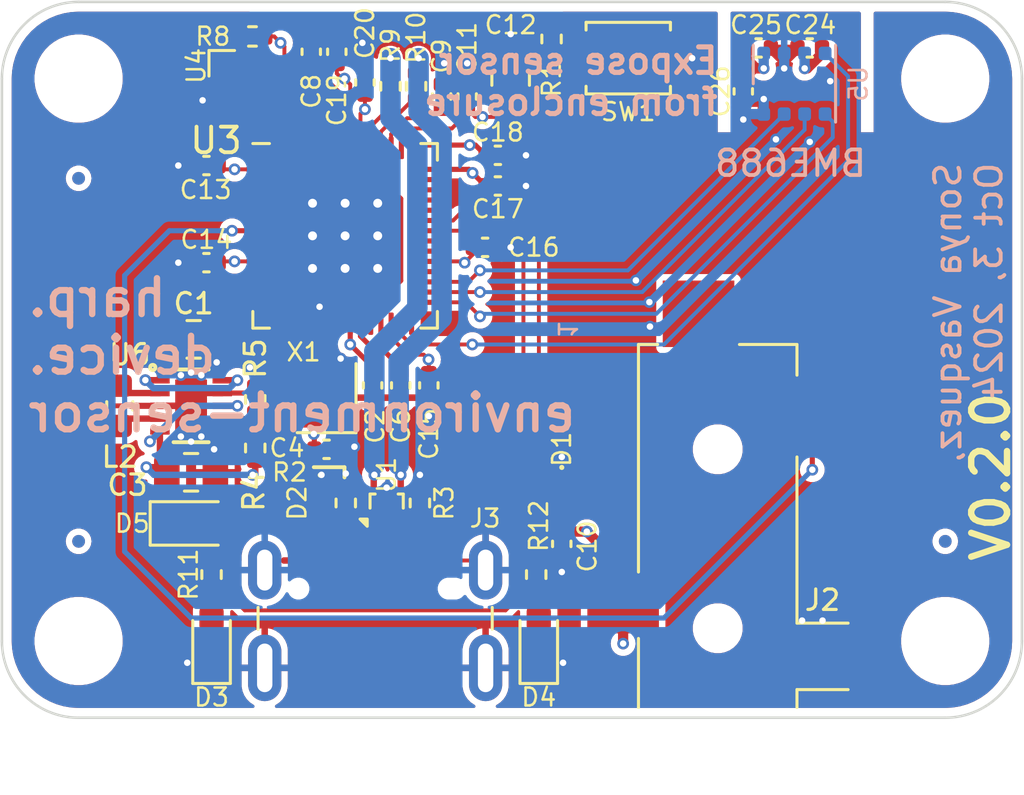
<source format=kicad_pcb>
(kicad_pcb (version 20240108) (generator "pcbnew") (generator_version "8.0")
  (layers (0 "F.Cu" signal) (1 "In1.Cu" power) (2 "In2.Cu" power) (31 "B.Cu" signal) (34 "B.Paste" user) (35 "F.Paste" user) (36 "B.SilkS" user "B.Silkscreen") (37 "F.SilkS" user "F.Silkscreen") (38 "B.Mask" user) (39 "F.Mask" user) (44 "Edge.Cuts" user))
  (net 0 "")
  (net 1 "VBUS")
  (net 2 "GND")
  (net 3 "+3V3")
  (net 4 "+1V1")
  (net 5 "VDD")
  (net 6 "Net-(D3-A)")
  (net 7 "Net-(D4-A)")
  (net 10 "/Harp Core RP2040 + USB/HARP_CLK_SYNC")
  (net 11 "Net-(J3-CC1)")
  (net 12 "/Harp Core RP2040 + USB/D+")
  (net 13 "/Harp Core RP2040 + USB/D-")
  (net 15 "Net-(J3-CC2)")
  (net 17 "/Harp Core RP2040 + USB/USB_Boot")
  (net 18 "/Harp Core RP2040 + USB/QSPI_CS")
  (net 19 "Net-(U3-USB_DP)")
  (net 20 "Net-(U3-USB_DM)")
  (net 21 "Net-(U3-GPIO24)")
  (net 22 "Net-(U3-GPIO25)")
  (net 23 "/Harp Core RP2040 + USB/SCK")
  (net 24 "/Harp Core RP2040 + USB/PICO")
  (net 25 "/Harp Core RP2040 + USB/POCI")
  (net 26 "/Harp Core RP2040 + USB/CS")
  (net 36 "Net-(U3-XIN)")
  (net 52 "/Harp Core RP2040 + USB/QSPI_D3")
  (net 53 "/Harp Core RP2040 + USB/QSPI_CLK")
  (net 54 "/Harp Core RP2040 + USB/QSPI_D0")
  (net 55 "/Harp Core RP2040 + USB/QSPI_D2")
  (net 56 "/Harp Core RP2040 + USB/QSPI_D1")
  (net 58 "Net-(U6-LX1)")
  (net 59 "Net-(U6-LX2)")
  (net 60 "Net-(U6-EN)")
  (net 61 "Net-(U6-PS)")
  (footprint "Diode_SMD:D_0402_1005Metric" (layer "F.Cu") (at 145.9 101.3 -90)
    (property "Reference" "D1")
    (property "Value" "D_TVS" (hide yes))
  )
  (footprint "Capacitor_SMD:C_0402_1005Metric" (layer "F.Cu") (at 132 92.2)
    (property "Reference" "C14")
    (property "Value" "100nF" (hide yes))
  )
  (footprint "Diode_SMD:D_0402_1005Metric" (layer "F.Cu") (at 136.45 101.6 -90)
    (property "Reference" "D2")
    (property "Value" "D_TVS" (hide yes))
  )
  (footprint "Fiducial:Fiducial_0.5mm_Mask1mm" (layer "F.Cu") (at 127 103.1)
    (property "Reference" "FID3" (hide yes))
    (property "Value" "Fiducial" (hide yes))
  )
  (footprint "Capacitor_SMD:C_0402_1005Metric" (layer "F.Cu") (at 136.1 83.95 -90)
    (property "Reference" "C8")
    (property "Value" "100nF" (hide yes))
  )
  (footprint "Resistor_SMD:R_0402_1005Metric" (layer "F.Cu") (at 133.91 97.55 90)
    (property "Reference" "R5")
    (property "Value" "100K" (hide yes))
  )
  (footprint "Resistor_SMD:R_0402_1005Metric" (layer "F.Cu") (at 140.35 101.6 90)
    (property "Reference" "R3")
    (property "Value" "5K1" (hide yes))
  )
  (footprint "Connector_Audio:Jack_3.5mm_CUI_SJ-3524-SMT_Horizontal" (layer "F.Cu") (at 152 104 180)
    (property "Reference" "J2")
    (property "Value" "AudioJack3")
  )
  (footprint "MountingHole:MountingHole_3.2mm_M3_DIN965" (layer "F.Cu") (at 160.9 85)
    (property "Reference" "REF**" (hide yes))
    (property "Value" "MountingHole_3.2mm_M3_DIN965" (hide yes))
  )
  (footprint "Capacitor_SMD:C_0402_1005Metric" (layer "F.Cu") (at 142.9 91.6 180)
    (property "Reference" "C16")
    (property "Value" "100nF" (hide yes))
  )
  (footprint "Capacitor_SMD:C_0402_1005Metric" (layer "F.Cu") (at 155.6 83.8)
    (property "Reference" "C24")
    (property "Value" "100nF" (hide yes))
  )
  (footprint "Capacitor_SMD:C_0402_1005Metric" (layer "F.Cu") (at 142.2 85.7 90)
    (property "Reference" "C11")
    (property "Value" "1uF" (hide yes))
  )
  (footprint "Capacitor_SMD:C_0402_1005Metric" (layer "F.Cu") (at 137.1 83.95 -90)
    (property "Reference" "C19")
    (property "Value" "100nF" (hide yes))
  )
  (footprint "Capacitor_SMD:C_0805_2012Metric" (layer "F.Cu") (at 131.4 100.4)
    (property "Reference" "C3")
    (property "Value" "10uF" (hide yes))
  )
  (footprint "Fiducial:Fiducial_0.5mm_Mask1mm" (layer "F.Cu") (at 127 88.9)
    (property "Reference" "FID1" (hide yes))
    (property "Value" "Fiducial" (hide yes))
  )
  (footprint "LED_SMD:LED_0603_1608Metric_Pad1.05x0.95mm_HandSolder" (layer "F.Cu") (at 132.2 107 90)
    (property "Reference" "D3")
    (property "Value" "LED" (hide yes))
  )
  (footprint "kicad_component_library:RP2040-QFN-56" (layer "F.Cu") (at 137.425 91.15)
    (property "Reference" "U3")
    (property "Value" "RP2040" (hide yes))
  )
  (footprint "Capacitor_SMD:C_0402_1005Metric" (layer "F.Cu") (at 140.7 97 90)
    (property "Reference" "C15")
    (property "Value" "100nF" (hide yes))
  )
  (footprint "Capacitor_SMD:C_0402_1005Metric" (layer "F.Cu") (at 153.6 83.8 180)
    (property "Reference" "C25")
    (property "Value" "100nF" (hide yes))
  )
  (footprint "Capacitor_SMD:C_0402_1005Metric" (layer "F.Cu") (at 153 85.5 -90)
    (property "Reference" "C26")
    (property "Value" "1uF" (hide yes))
  )
  (footprint "kicad_component_library:Winbond-8USON-2x3mm" (layer "F.Cu") (at 133.8 85.1)
    (property "Reference" "U4")
    (property "Value" "W25Q16JVUXIQ" (hide yes))
  )
  (footprint "Inductor_SMD:L_0603_1608Metric" (layer "F.Cu") (at 128.61 97.8 90)
    (property "Reference" "L2")
    (property "Value" "2.2uH" (hide yes))
  )
  (footprint "Capacitor_SMD:C_0805_2012Metric" (layer "F.Cu") (at 131.5 95.2 180)
    (property "Reference" "C1")
    (property "Value" "22uF" (hide yes))
  )
  (footprint "Fiducial:Fiducial_0.5mm_Mask1mm" (layer "F.Cu") (at 160.9 103.1)
    (property "Reference" "FID2" (hide yes))
    (property "Value" "Fiducial" (hide yes))
  )
  (footprint "Capacitor_SMD:C_0805_2012Metric" (layer "F.Cu") (at 143.9 85 90)
    (property "Reference" "C12")
    (property "Value" "10uF" (hide yes))
  )
  (footprint "LED_SMD:LED_0603_1608Metric_Pad1.05x0.95mm_HandSolder" (layer "F.Cu") (at 145 107 90)
    (property "Reference" "D4")
    (property "Value" "LED" (hide yes))
  )
  (footprint "kicad_component_library:WDFN-10-1EP_2.5x2.5mm_P0.5_EP1.25x2.1mm" (layer "F.Cu") (at 131.4 97.8)
    (property "Reference" "U6")
    (property "Value" "rt6150b-33gqw" (hide yes))
  )
  (footprint "Resistor_SMD:R_0402_1005Metric" (layer "F.Cu") (at 137.45 101.6 90)
    (property "Reference" "R2")
    (property "Value" "5K1" (hide yes))
  )
  (footprint "Crystal:Crystal_SMD_2016-4Pin_2.0x1.6mm" (layer "F.Cu") (at 136.7 97.5 90)
    (property "Reference" "X1")
    (property "Value" "ECS-TXO-2016" (hide yes))
  )
  (footprint "Capacitor_SMD:C_0402_1005Metric" (layer "F.Cu") (at 143.4 88 180)
    (property "Reference" "C18")
    (property "Value" "100nF" (hide yes))
  )
  (footprint "Capacitor_SMD:C_0402_1005Metric" (layer "F.Cu") (at 136.7 99.5)
    (property "Reference" "C4")
    (property "Value" "10nF" (hide yes))
  )
  (footprint "Resistor_SMD:R_0402_1005Metric" (layer "F.Cu") (at 140.2 85.3 90)
    (property "Reference" "R10")
    (property "Value" "27" (hide yes))
  )
  (footprint "MountingHole:MountingHole_3.2mm_M3_DIN965" (layer "F.Cu") (at 127 85)
    (property "Reference" "REF**" (hide yes))
    (property "Value" "MountingHole_3.2mm_M3_DIN965" (hide yes))
  )
  (footprint "Resistor_SMD:R_0402_1005Metric" (layer "F.Cu") (at 139.2 85.3 90)
    (property "Reference" "R9")
    (property "Value" "27" (hide yes))
  )
  (footprint "Resistor_SMD:R_0402_1005Metric" (layer "F.Cu") (at 133.91 99.45 -90)
    (property "Reference" "R4")
    (property "Value" "100K" (hide yes))
  )
  (footprint "Capacitor_SMD:C_0402_1005Metric" (layer "F.Cu") (at 143.4 89.2 180)
    (property "Reference" "C17")
    (property "Value" "100nF" (hide yes))
  )
  (footprint "Diode_SMD:D_SOD-323F" (layer "F.Cu") (at 131.41 102.4)
    (property "Reference" "D5")
    (property "Value" "BAT54J" (hide yes))
  )
  (footprint "Capacitor_SMD:C_0402_1005Metric" (layer "F.Cu") (at 141.2 85.7 90)
    (property "Reference" "C9")
    (property "Value" "1uF" (hide yes))
  )
  (footprint "Capacitor_SMD:C_0402_1005Metric" (layer "F.Cu") (at 138.2 85.15 -90)
    (property "Reference" "C20")
    (property "Value" "100nF" (hide yes))
  )
  (footprint "Resistor_SMD:R_0402_1005Metric" (layer "F.Cu") (at 132.2 104.4 -90)
    (property "Reference" "R11")
    (property "Value" "330" (hide yes))
  )
  (footprint "Capacitor_SMD:C_0402_1005Metric" (layer "F.Cu") (at 145.9 103.2 -90)
    (property "Reference" "C10")
    (property "Value" "1uF" (hide yes))
  )
  (footprint "Resistor_SMD:R_0402_1005Metric" (layer "F.Cu") (at 145.5 83.45 90)
    (property "Reference" "R1")
    (property "Value" "1K" (hide yes))
  )
  (footprint "Capacitor_SMD:C_0402_1005Metric" (layer "F.Cu") (at 132 88.4)
    (property "Reference" "C13")
    (property "Value" "100nF" (hide yes))
  )
  (footprint "Capacitor_SMD:C_0402_1005Metric" (layer "F.Cu") (at 139.6 97 90)
    (property "Reference" "C6")
    (property "Value" "100nF" (hide yes))
  )
  (footprint "Button_Switch_SMD:SW_SPST_B3U-1000P" (layer "F.Cu") (at 148.5 84.2 180)
    (property "Reference" "SW1")
    (property "Value" "SW_Push" (hide yes))
  )
  (footprint "Package_TO_SOT_SMD:Texas_DRT-3" (layer "F.Cu") (at 139.05 101.8)
    (property "Reference" "U1")
    (property "Value" "TPD2EUSB30" (hide yes))
  )
  (footprint "MountingHole:MountingHole_3.2mm_M3_DIN965" (layer "F.Cu") (at 127 107)
    (property "Reference" "REF**" (hide yes))
    (property "Value" "MountingHole_3.2mm_M3_DIN965" (hide yes))
  )
  (footprint "Capacitor_SMD:C_0402_1005Metric" (layer "F.Cu") (at 138.5 97 90)
    (property "Reference" "C2")
    (property "Value" "100nF" (hide yes))
  )
  (footprint "MountingHole:MountingHole_3.2mm_M3_DIN965" (layer "F.Cu") (at 160.9 107)
    (property "Reference" "REF**" (hide yes))
    (property "Value" "MountingHole_3.2mm_M3_DIN965" (hide yes))
  )
  (footprint "Resistor_SMD:R_0402_1005Metric" (layer "F.Cu") (at 144.9 104.4 -90)
    (property "Reference" "R12")
    (property "Value" "330" (hide yes))
  )
  (footprint "Connector_USB:USB_C_Receptacle_JAE_DX07S016JA1R1500" (layer "F.Cu") (at 138.6 106.9)
    (property "Reference" "J3")
    (property "Value" "USB_C_Receptacle_USB2.0" (hide yes))
  )
  (footprint "Resistor_SMD:R_0402_1005Metric" (layer "F.Cu") (at 133.8 83.35)
    (property "Reference" "R8")
    (property "Value" "10K" (hide yes))
  )
  (footprint "Package_LGA:Bosch_LGA-8_3x3mm_P0.8mm_ClockwisePinNumbering" (layer "B.Cu") (at 155 85.2)
    (property "Reference" "U5")
    (property "Value" "BME688" (hide yes))
  )
  (footprint "Fiducial:Fiducial_0.5mm_Mask1mm" (layer "B.Cu") (at 127 88.9 180)
    (property "Reference" "FID4" (hide yes))
    (property "Value" "Fiducial" (hide yes))
  )
  (footprint "Fiducial:Fiducial_0.5mm_Mask1mm" (layer "B.Cu") (at 160.9 103.1 180)
    (property "Reference" "FID6" (hide yes))
    (property "Value" "Fiducial" (hide yes))
  )
  (footprint "Fiducial:Fiducial_0.5mm_Mask1mm" (layer "B.Cu") (at 127 103.1 180)
    (property "Reference" "FID5" (hide yes))
    (property "Value" "Fiducial" (hide yes))
  )
  (gr_line (start 137.4 100.2) (end 137.4 100.6) (stroke (width 0.15)) (layer "F.SilkS"))
  (gr_line (start 136.2 100.2) (end 137.4 100.2) (stroke (width 0.15)) (layer "F.SilkS"))
  (gr_line (start 160.9 82) (end 127 82) (stroke (width 0.1)) (layer "Edge.Cuts"))
  (gr_arc (start 127 110) (mid 124.87868 109.12132) (end 124 107) (stroke (width 0.1)) (layer "Edge.Cuts"))
  (gr_line (start 163.9 107) (end 163.9 85) (stroke (width 0.1)) (layer "Edge.Cuts"))
  (gr_arc (start 163.9 107) (mid 163.02132 109.12132) (end 160.9 110) (stroke (width 0.1)) (layer "Edge.Cuts"))
  (gr_arc (start 160.9 82) (mid 163.02132 82.87868) (end 163.9 85) (stroke (width 0.1)) (layer "Edge.Cuts"))
  (gr_line (start 124 85) (end 124 107) (stroke (width 0.1)) (layer "Edge.Cuts"))
  (gr_arc (start 124 85) (mid 124.87868 82.87868) (end 127 82) (stroke (width 0.1)) (layer "Edge.Cuts"))
  (gr_line (start 127 110) (end 160.9 110) (stroke (width 0.1)) (layer "Edge.Cuts"))
  (gr_text "Expose sensor \nfrom enclosure" (at 152.1 86.5 0) (layer "B.SilkS") (effects (font (size 1 1) (thickness 0.2) (bold yes)) (justify left bottom mirror)))
  (gr_text "BME688" (at 157.9 88.9 0) (layer "B.SilkS") (effects (font (size 1 1)) (justify left bottom mirror)))
  (gr_text "1" (at 145.7 95.2 -90) (layer "B.SilkS") (effects (font (size 0.7 0.7) (thickness 0.1)) (justify left bottom mirror)))
  (gr_text "harp.\ndevice.\nenvironment-sensor" (at 124.9 98.9 -0) (layer "B.SilkS") (effects (font (size 1.4 1.4) (thickness 0.25) (bold yes)) (justify right bottom mirror)))
  (gr_text "Sonya Vasquez,\nOct 3, 2024" (at 163.2 88.2 90) (layer "B.SilkS") (effects (font (size 1 1)) (justify left bottom mirror)))
  (gr_text "V0.2.0" (at 163.5 104 90) (layer "F.SilkS") (effects (font (size 1.4 1.4) (thickness 0.25) (bold yes)) (justify left bottom)))
  (segment (start 136.25 104.35) (end 136.25 102.285) (width 0.25) (layer "F.Cu") (net 1))
  (segment (start 135.4524 102.4) (end 136.25 103.1976) (width 0.5) (layer "F.Cu") (net 1))
  (segment (start 140.1536 105.1464) (end 137.0464 105.1464) (width 0.25) (layer "F.Cu") (net 1))
  (segment (start 132.51 102.4) (end 135.4524 102.4) (width 0.5) (layer "F.Cu") (net 1))
  (segment (start 137.0464 105.1464) (end 136.25 104.35) (width 0.25) (layer "F.Cu") (net 1))
  (segment (start 140.8 104.4) (end 140.8 104.5) (width 0.25) (layer "F.Cu") (net 1))
  (segment (start 140.95 103.85) (end 140.95 104.25) (width 0.25) (layer "F.Cu") (net 1))
  (segment (start 136.25 102.285) (end 136.45 102.085) (width 0.25) (layer "F.Cu") (net 1))
  (segment (start 136.25 103.1976) (end 136.25 103.85) (width 0.5) (layer "F.Cu") (net 1))
  (segment (start 140.8 104.5) (end 140.1536 105.1464) (width 0.25) (layer "F.Cu") (net 1))
  (segment (start 140.95 104.25) (end 140.8 104.4) (width 0.25) (layer "F.Cu") (net 1))
  (segment (start 132.6192 97.300001) (end 131.899999 97.300001) (width 0.25) (layer "F.Cu") (net 2))
  (segment (start 135.5 103.85) (end 134.655 103.85) (width 0.1524) (layer "F.Cu") (net 2))
  (segment (start 141.2 84.5) (end 141.3 84.4) (width 0.1524) (layer "F.Cu") (net 2))
  (segment (start 155.12 83.8) (end 154.6 84.32) (width 0.4) (layer "F.Cu") (net 2))
  (segment (start 136.1 83.47) (end 137.1 83.47) (width 0.1524) (layer "F.Cu") (net 2))
  (segment (start 142.2 85.22) (end 142.2 84.4) (width 0.1524) (layer "F.Cu") (net 2))
  (segment (start 153 86.6) (end 153 85.98) (width 0.4) (layer "F.Cu") (net 2))
  (segment (start 138.5 97.48) (end 139.6 97.48) (width 0.25) (layer "F.Cu") (net 2))
  (segment (start 133.91 96.51) (end 133.7 96.3) (width 0.2) (layer "F.Cu") (net 2))
  (segment (start 144.5 89.2) (end 143.88 89.2) (width 0.1524) (layer "F.Cu") (net 2))
  (segment (start 130.9 88.4) (end 131.52 88.4) (width 0.1524) (layer "F.Cu") (net 2))
  (segment (start 131.52 92.2) (end 130.9 92.2) (width 0.1524) (layer "F.Cu") (net 2))
  (segment (start 145.9 104.3) (end 145.9 103.68) (width 0.1524) (layer "F.Cu") (net 2))
  (segment (start 133.649999 97.300001) (end 132.6192 97.300001) (width 0.2) (layer "F.Cu") (net 2))
  (segment (start 150.2 84.2) (end 151 84.2) (width 0.1524) (layer "F.Cu") (net 2))
  (segment (start 132.45 95.2) (end 132.45 96.05) (width 0.1524) (layer "F.Cu") (net 2))
  (segment (start 131.4 97.8) (end 131.4 96.5) (width 0.25) (layer "F.Cu") (net 2))
  (segment (start 154.08 83.8) (end 154.6 84.32) (width 0.4) (layer "F.Cu") (net 2))
  (segment (start 136.425 93.925) (end 136.425 94.5875) (width 0.1524) (layer "F.Cu") (net 2))
  (segment (start 131.4 98.6) (end 131 99) (width 0.25) (layer "F.Cu") (net 2))
  (segment (start 156.1 106.2) (end 155.7 106.6) (width 0.4) (layer "F.Cu") (net 2))
  (segment (start 131.899999 97.300001) (end 131.4 97.8) (width 0.25) (layer "F.Cu") (net 2))
  (segment (start 155.7 106.6) (end 155.3 106.2) (width 0.4) (layer "F.Cu") (net 2))
  (segment (start 131 99) (end 131.8 99) (width 0.25) (layer "F.Cu") (net 2))
  (segment (start 132.45 96.05) (end 132.4 96.1) (width 0.1524) (layer "F.Cu") (net 2))
  (segment (start 131.4 99.2) (end 131.4 97.8) (width 0.25) (layer "F.Cu") (net 2))
  (segment (start 136.5 100.5) (end 136.5 101.065) (width 0.1524) (layer "F.Cu") (net 2))
  (segment (start 145.9 99.8) (end 145.9 100.815) (width 0.1524) (layer "F.Cu") (net 2))
  (segment (start 137.788277 99.4) (end 137.28 99.4) (width 0.1524) (layer "F.Cu") (net 2))
  (segment (start 138.1 83.6) (end 137.97 83.47) (width 0.1524) (layer "F.Cu") (net 2))
  (segment (start 140.35 100.5) (end 140.35 101.09) (width 0.1524) (layer "F.Cu") (net 2))
  (segment (start 131.85 85.85) (end 132.55 85.85) (width 0.1524) (layer "F.Cu") (net 2))
  (segment (start 138.2 84.67) (end 138.2 83.7) (width 0.1524) (layer "F.Cu") (net 2))
  (segment (start 144.5 88) (end 143.88 88) (width 0.1524) (layer "F.Cu") (net 2))
  (segment (start 137.97 83.47) (end 137.1 83.47) (width 0.1524) (layer "F.Cu") (net 2))
  (segment (start 134.655 103.85) (end 134.28 104.225) (width 0.1524) (layer "F.Cu") (net 2))
  (segment (start 141.2 85.22) (end 141.2 84.5) (width 0.1524) (layer "F.Cu") (net 2))
  (segment (start 132.35 99.55) (end 132.3 99.5) (width 0.1524) (layer "F.Cu") (net 2))
  (segment (start 139.6 97.48) (end 140.7 97.48) (width 0.25) (layer "F.Cu") (net 2))
  (segment (start 133.91 97.04) (end 133.91 96.51) (width 0.2) (layer "F.Cu") (net 2))
  (segment (start 145.925 107.875) (end 145.95 107.85) (width 0.1524) (layer "F.Cu") (net 2))
  (segment (start 131.4 97) (end 131.8 96.6) (width 0.25) (layer "F.Cu") (net 2))
  (segment (start 142.545 103.85) (end 142.92 104.225) (width 0.1524) (layer "F.Cu") (net 2))
  (segment (start 137.25 95.95) (end 137.25 96.8) (width 0.2) (layer "F.Cu") (net 2))
  (segment (start 141.7 103.85) (end 142.545 103.85) (width 0.1524) (layer "F.Cu") (net 2))
  (segment (start 137.45 100.45) (end 137.45 101.09) (width 0.1524) (layer "F.Cu") (net 2))
  (segment (start 130.1808 97.8) (end 131.4 97.8) (width 0.25) (layer "F.Cu") (net 2))
  (segment (start 132.2 107.875) (end 131.275 107.875) (width 0.1524) (layer "F.Cu") (net 2))
  (segment (start 139.05 101) (end 139.05 101.375) (width 0.1524) (layer "F.Cu") (net 2))
  (segment (start 137.28 99.4) (end 137.18 99.5) (width 0.1524) (layer "F.Cu") (net 2))
  (segment (start 131.4 97) (end 131 96.6) (width 0.25) (layer "F.Cu") (net 2))
  (segment (start 131.4 97.8) (end 131.4 98.6) (width 0.25) (layer "F.Cu") (net 2))
  (segment (start 136.5 101.065) (end 136.45 101.115) (width 0.1524) (layer "F.Cu") (net 2))
  (segment (start 143.9 83.2567) (end 143.9 84.05) (width 0.1524) (layer "F.Cu") (net 2))
  (segment (start 155.7 107.6) (end 155.7 106.6) (width 0.4) (layer "F.Cu") (net 2))
  (segment (start 154.6 84.32) (end 154.6 84.6) (width 0.4) (layer "F.Cu") (net 2))
  (segment (start 140.7 97.48) (end 140.7 98.2) (width 0.25) (layer "F.Cu") (net 2))
  (segment (start 133.91 97.04) (end 133.649999 97.300001) (width 0.2) (layer "F.Cu") (net 2))
  (segment (start 145 107.875) (end 145.925 107.875) (width 0.1524) (layer "F.Cu") (net 2))
  (segment (start 132.35 100.4) (end 132.35 99.55) (width 0.1524) (layer "F.Cu") (net 2))
  (segment (start 143.9 91.6) (end 143.38 91.6) (width 0.1524) (layer "F.Cu") (net 2))
  (segment (start 131.275 107.875) (end 131.25 107.85) (width 0.1524) (layer "F.Cu") (net 2))
  (segment (start 131.4 98.6) (end 131.8 99) (width 0.25) (layer "F.Cu") (net 2))
  (segment (start 131.4 97.8) (end 131.4 97) (width 0.25) (layer "F.Cu") (net 2))
  (segment (start 138.2 83.7) (end 138.1 83.6) (width 0.1524) (layer "F.Cu") (net 2))
  (via (at 145.9 104.3) (size 0.4572) (drill 0.254) (layers "F.Cu" "B.Cu") (net 2))
  (via (at 149.35 94.7) (size 0.4572) (drill 0.254) (layers "F.Cu" "B.Cu") (net 2))
  (via (at 139.05 101) (size 0.4572) (drill 0.254) (layers "F.Cu" "B.Cu") (net 2))
  (via (at 143.9 91.6) (size 0.4572) (drill 0.254) (layers "F.Cu" "B.Cu") (net 2))
  (via (at 151 84.2) (size 0.4572) (drill 0.254) (layers "F.Cu" "B.Cu") (net 2))
  (via (at 131 96.6) (size 0.4572) (drill 0.254) (layers "F.Cu" "B.Cu") (net 2))
  (via (at 142.2 84.4) (size 0.4572) (drill 0.254) (layers "F.Cu" "B.Cu") (net 2))
  (via (at 131.4 96.5) (size 0.4572) (drill 0.254) (layers "F.Cu" "B.Cu") (net 2))
  (via (at 156.1 106.2) (size 0.4572) (drill 0.254) (layers "F.Cu" "B.Cu") (net 2))
  (via (at 144.5 88) (size 0.4572) (drill 0.254) (layers "F.Cu" "B.Cu") (net 2))
  (via (at 136.425 93.925) (size 0.4572) (drill 0.254) (layers "F.Cu" "B.Cu") (net 2))
  (via (at 155.6 87.47671) (size 0.4572) (drill 0.254) (layers "F.Cu" "B.Cu") (net 2))
  (via (at 145.9 99.8) (size 0.4572) (drill 0.254) (layers "F.Cu" "B.Cu") (net 2))
  (via (at 131.8 96.6) (size 0.4572) (drill 0.254) (layers "F.Cu" "B.Cu") (net 2))
  (via (at 154.27671 87.37671) (size 0.4572) (drill 0.254) (layers "F.Cu" "B.Cu") (net 2))
  (via (at 130.9 92.2) (size 0.4572) (drill 0.254) (layers "F.Cu" "B.Cu") (net 2))
  (via (at 149.32671 93.7428) (size 0.4572) (drill 0.254) (layers "F.Cu" "B.Cu") (net 2))
  (via (at 156.4 85.1) (size 0.4572) (drill 0.254) (layers "F.Cu" "B.Cu") (net 2))
  (via (at 133.7 96.3) (size 0.4572) (drill 0.254) (layers "F.Cu" "B.Cu") (net 2))
  (via (at 148.8 92.8928) (size 0.4572) (drill 0.254) (layers "F.Cu" "B.Cu") (net 2))
  (via (at 131.85 85.85) (size 0.4572) (drill 0.254) (layers "F.Cu" "B.Cu") (net 2))
  (via (at 131 99) (size 0.4572) (drill 0.254) (layers "F.Cu" "B.Cu") (net 2))
  (via (at 154.6 84.6) (size 0.4572) (drill 0.254) (layers "F.Cu" "B.Cu") (net 2))
  (via (at 136.5 100.5) (size 0.4572) (drill 0.254) (layers "F.Cu" "B.Cu") (net 2))
  (via (at 143.9 83.2567) (size 0.4572) (drill 0.254) (layers "F.Cu" "B.Cu") (net 2))
  (via (at 137.45 100.45) (size 0.4572) (drill 0.254) (layers "F.Cu" "B.Cu") (net 2))
  (via (at 155.3 106.2) (size 0.4572) (drill 0.254) (layers "F.Cu" "B.Cu") (net 2))
  (via (at 138.1 83.6) (size 0.4572) (drill 0.254) (layers "F.Cu" "B.Cu") (net 2))
  (via (at 144.5 89.2) (size 0.4572) (drill 0.254) (layers "F.Cu" "B.Cu") (net 2))
  (via (at 153 86.6) (size 0.4572) (drill 0.254) (layers "F.Cu" "B.Cu") (net 2))
  (via (at 140.35 100.5) (size 0.4572) (drill 0.254) (layers "F.Cu" "B.Cu") (net 2))
  (via (at 137.788277 99.4) (size 0.4572) (drill 0.254) (layers "F.Cu" "B.Cu") (net 2))
  (via (at 145.95 107.85) (size 0.4572) (drill 0.254) (layers "F.Cu" "B.Cu") (net 2))
  (via (at 141.3 84.4) (size 0.4572) (drill 0.254) (layers "F.Cu" "B.Cu") (net 2))
  (via (at 153.8 85.8) (size 0.4572) (drill 0.254) (layers "F.Cu" "B.Cu") (net 2))
  (via (at 132.3 99.5) (size 0.4572) (drill 0.254) (layers "F.Cu" "B.Cu") (net 2))
  (via (at 137.25 95.95) (size 0.4572) (drill 0.254) (layers "F.Cu" "B.Cu") (net 2))
  (via (at 130.9 88.4) (size 0.4572) (drill 0.254) (layers "F.Cu" "B.Cu") (net 2))
  (via (at 131.8 99) (size 0.4572) (drill 0.254) (layers "F.Cu" "B.Cu") (net 2))
  (via (at 132.4 96.1) (size 0.4572) (drill 0.254) (layers "F.Cu" "B.Cu") (net 2))
  (via (at 131.25 107.85) (size 0.4572) (drill 0.254) (layers "F.Cu" "B.Cu") (net 2))
  (via (at 131.4 99.2) (size 0.4572) (drill 0.254) (layers "F.Cu" "B.Cu") (net 2))
  (via (at 140.7 98.2) (size 0.4572) (drill 0.254) (layers "F.Cu" "B.Cu") (net 2))
  (segment (start 153.8 86.3875) (end 153.8 85.8) (width 0.4) (layer "B.Cu") (net 2))
  (segment (start 153.8 86.3875) (end 153.2125 86.3875) (width 0.4) (layer "B.Cu") (net 2))
  (segment (start 153.2125 86.3875) (end 153 86.6) (width 0.4) (layer "B.Cu") (net 2))
  (segment (start 154.6 84.0125) (end 154.6 84.6) (width 0.4) (layer "B.Cu") (net 2))
  (segment (start 129.61 96.794001) (end 129.615998 96.799999) (width 0.25) (layer "F.Cu") (net 3))
  (segment (start 132.48 92.2) (end 132.53 92.15) (width 0.1524) (layer "F.Cu") (net 3))
  (segment (start 133.1 88.55) (end 132.63 88.55) (width 0.1524) (layer "F.Cu") (net 3))
  (segment (start 146.88 102.72) (end 145.9 102.72) (width 0.4) (layer "F.Cu") (net 3))
  (segment (start 138.2 86.2) (end 138.2 85.63) (width 0.1524) (layer "F.Cu") (net 3))
  (segment (start 142.8 86.5) (end 143.35 86.5) (width 0.1524) (layer "F.Cu") (net 3))
  (segment (start 148.3 104.14) (end 148.3 105.6) (width 0.4) (layer "F.Cu") (net 3))
  (segment (start 129.615998 96.799999) (end 130.1808 96.799999) (width 0.25) (layer "F.Cu") (net 3))
  (segment (start 140.688126 95.988126) (end 140.5 95.8) (width 0.1524) (layer "F.Cu") (net 3))
  (segment (start 153.5 84.6) (end 153.8 84.6) (width 0.4) (layer "F.Cu") (net 3))
  (segment (start 142.3 87.6) (end 140.1375 87.6) (width 0.2) (layer "F.Cu") (net 3))
  (segment (start 134.9 83.6) (end 135.05 83.75) (width 0.1524) (layer "F.Cu") (net 3))
  (segment (start 143.35 86.5) (end 143.9 85.95) (width 0.1524) (layer "F.Cu") (net 3))
  (segment (start 153.12 84.22) (end 153.5 84.6) (width 0.4) (layer "F.Cu") (net 3))
  (segment (start 142.3 87.6) (end 142.52 87.6) (width 0.2) (layer "F.Cu") (net 3))
  (segment (start 148.3 107.1) (end 148.3 105.6) (width 0.4) (layer "F.Cu") (net 3))
  (segment (start 142.52 87.6) (end 142.92 88) (width 0.2) (layer "F.Cu") (net 3))
  (segment (start 137.625 95.4) (end 137.625 94.5875) (width 0.2) (layer "F.Cu") (net 3))
  (segment (start 136.15 98.85) (end 136.15 98.2) (width 0.2) (layer "F.Cu") (net 3))
  (segment (start 137.4 85) (end 137.625 85.225) (width 0.1524) (layer "F.Cu") (net 3))
  (segment (start 140.5 95.8) (end 139.9 95.8) (width 0.1524) (layer "F.Cu") (net 3))
  (segment (start 142.41 88.69) (end 142.27 88.55) (width 0.2) (layer "F.Cu") (net 3))
  (segment (start 153 85.02) (end 153.42 84.6) (width 0.4) (layer "F.Cu") (net 3))
  (segment (start 142.52 86.5) (end 142.2 86.18) (width 0.1524) (layer "F.Cu") (net 3))
  (segment (start 142.42 91.88) (end 142.42 91.6) (width 0.1524) (layer "F.Cu") (net 3))
  (segment (start 130.55 95.2) (end 130.55 95.65) (width 0.25) (layer "F.Cu") (net 3))
  (segment (start 142.2 86.35) (end 141.6 86.95) (width 0.1524) (layer "F.Cu") (net 3))
  (segment (start 137.3 85) (end 137.4 85) (width 0.1524) (layer "F.Cu") (net 3))
  (segment (start 145.9 102.72) (end 145.9 101.785) (width 0.4) (layer "F.Cu") (net 3))
  (segment (start 142.41 88.69) (end 142.92 89.2) (width 0.2) (layer "F.Cu") (net 3))
  (segment (start 139.225 95.125) (end 139.225 94.5875) (width 0.1524) (layer "F.Cu") (net 3))
  (segment (start 146.88 102.72) (end 148.3 104.14) (width 0.4) (layer "F.Cu") (net 3))
  (segment (start 138.5 96.275) (end 138.5 96.52) (width 0.2) (layer "F.Cu") (net 3))
  (segment (start 141.6 86.95) (end 139.95 86.95) (width 0.1524) (layer "F.Cu") (net 3))
  (segment (start 132.53 92.15) (end 133.9875 92.15) (width 0.1524) (layer "F.Cu") (net 3))
  (segment (start 139.625 87.275) (end 139.625 87.7125) (width 0.1524) (layer "F.Cu") (net 3))
  (segment (start 134.31 83.35) (end 134.65 83.35) (width 0.1524) (layer "F.Cu") (net 3))
  (segment (start 134.65 83.35) (end 134.9 83.6) (width 0.1524) (layer "F.Cu") (net 3))
  (segment (start 132.63 88.55) (end 132.48 88.4) (width 0.1524) (layer "F.Cu") (net 3))
  (segment (start 142.2 86.18) (end 142.2 86.35) (width 0.1524) (layer "F.Cu") (net 3))
  (segment (start 155.5 84.6) (end 155.4 84.6) (width 0.4) (layer "F.Cu") (net 3))
  (segment (start 138.2 86.2) (end 138.025 86.375) (width 0.1524) (layer "F.Cu") (net 3))
  (segment (start 142.8 86.5) (end 142.52 86.5) (width 0.1524) (layer "F.Cu") (net 3))
  (segment (start 139.95 86.95) (end 139.625 87.275) (width 0.1524) (layer "F.Cu") (net 3))
  (segment (start 153.42 84.6) (end 153.8 84.6) (width 0.4) (layer "F.Cu") (net 3))
  (segment (start 137.625 85.225) (end 137.625 87.7125) (width 0.1524) (layer "F.Cu") (net 3))
  (segment (start 130.55 95.65) (end 130.1808 96.0192) (width 0.25) (layer "F.Cu") (net 3))
  (segment (start 130.1808 96.0192) (end 130.1808 96.799999) (width 0.25) (layer "F.Cu") (net 3))
  (segment (start 156.08 84.02) (end 155.5 84.6) (width 0.4) (layer "F.Cu") (net 3))
  (segment (start 137.625 95.4) (end 138.5 96.275) (width 0.2) (layer "F.Cu") (net 3))
  (segment (start 135.05 83.75) (end 135.05 84.35) (width 0.1524) (layer "F.Cu") (net 3))
  (segment (start 136.22 98.92) (end 136.22 99.5) (width 0.2) (layer "F.Cu") (net 3))
  (segment (start 156.08 83.8) (end 156.08 84.02) (width 0.4) (layer "F.Cu") (net 3))
  (segment (start 140.1375 87.6) (end 140.025 87.7125) (width 0.2) (layer "F.Cu") (net 3))
  (segment (start 140.7 96) (end 140.7 96.52) (width 0.1524) (layer "F.Cu") (net 3))
  (segment (start 137.1 84.43) (end 137.1 84.8) (width 0.1524) (layer "F.Cu") (net 3))
  (segment (start 139.9 95.8) (end 139.225 95.125) (width 0.1524) (layer "F.Cu") (net 3))
  (segment (start 153.12 83.8) (end 153.12 84.22) (width 0.4) (layer "F.Cu") (net 3))
  (segment (start 133.21 96.799999) (end 132.6192 96.799999) (width 0.25) (layer "F.Cu") (net 3))
  (segment (start 136.2 98.9) (end 136.15 98.85) (width 0.2) (layer "F.Cu") (net 3))
  (segment (start 140.688126 95.988126) (end 140.7 96) (width 0.1524) (layer "F.Cu") (net 3))
  (segment (start 137.1 84.8) (end 137.3 85) (width 0.1524) (layer "F.Cu") (net 3))
  (segment (start 142.27 88.55) (end 140.8625 88.55) (width 0.2) (layer "F.Cu") (net 3))
  (segment (start 136.2 98.9) (end 136.22 98.92) (width 0.2) (layer "F.Cu") (net 3))
  (segment (start 142.15 92.15) (end 142.42 91.88) (width 0.1524) (layer "F.Cu") (net 3))
  (segment (start 140.8625 92.15) (end 142.15 92.15) (width 0.1524) (layer "F.Cu") (net 3))
  (segment (start 133.9875 88.55) (end 133.1 88.55) (width 0.1524) (layer "F.Cu") (net 3))
  (segment (start 138.025 86.375) (end 138.025 87.7125) (width 0.1524) (layer "F.Cu") (net 3))
  (via (at 142.3 87.6) (size 0.4572) (drill 0.254) (layers "F.Cu" "B.Cu") (net 3))
  (via (at 142.8 86.5) (size 0.4572) (drill 0.254) (layers "F.Cu" "B.Cu") (net 3))
  (via (at 148.3 107.1) (size 0.4572) (drill 0.254) (layers "F.Cu" "B.Cu") (net 3))
  (via (at 153.8 84.6) (size 0.4572) (drill 0.254) (layers "F.Cu" "B.Cu") (net 3))
  (via (at 142.1 92.2) (size 0.4572) (drill 0.254) (layers "F.Cu" "B.Cu") (net 3))
  (via (at 138.2 86.2) (size 0.4572) (drill 0.254) (layers "F.Cu" "B.Cu") (net 3))
  (via (at 129.61 96.794001) (size 0.4572) (drill 0.254) (layers "F.Cu" "B.Cu") (net 3))
  (via (at 142.41 88.69) (size 0.4572) (drill 0.254) (layers "F.Cu" "B.Cu") (net 3))
  (via (at 136.2 98.9) (size 0.4572) (drill 0.254) (layers "F.Cu" "B.Cu") (net 3))
  (via (at 133.1 92.15) (size 0.4572) (drill 0.254) (layers "F.Cu" "B.Cu") (net 3))
  (via (at 155.4 84.6) (size 0.4572) (drill 0.254) (layers "F.Cu" "B.Cu") (net 3))
  (via (at 140.688126 95.988126) (size 0.4572) (drill 0.254) (layers "F.Cu" "B.Cu") (net 3))
  (via (at 146.88 102.72) (size 0.4572) (drill 0.254) (layers "F.Cu" "B.Cu") (net 3))
  (via (at 137.4 85) (size 0.4572) (drill 0.254) (layers "F.Cu" "B.Cu") (net 3))
  (via (at 137.625 95.4) (size 0.4572) (drill 0.254) (layers "F.Cu" "B.Cu") (net 3))
  (via (at 133.1 88.55) (size 0.4572) (drill 0.254) (layers "F.Cu" "B.Cu") (net 3))
  (via (at 134.9 83.6) (size 0.4572) (drill 0.254) (layers "F.Cu" "B.Cu") (net 3))
  (via (at 133.21 96.799999) (size 0.4572) (drill 0.254) (layers "F.Cu" "B.Cu") (net 3))
  (segment (start 129.921999 97.106) (end 129.61 96.794001) (width 0.25) (layer "B.Cu") (net 3))
  (segment (start 153.8 84.0125) (end 153.8 84.6) (width 0.4) (layer "B.Cu") (net 3))
  (segment (start 155.4 84.0125) (end 155.4 84.6) (width 0.4) (layer "B.Cu") (net 3))
  (segment (start 133.21 96.799999) (end 132.903999 97.106) (width 0.25) (layer "B.Cu") (net 3))
  (segment (start 132.903999 97.106) (end 129.921999 97.106) (width 0.25) (layer "B.Cu") (net 3))
  (segment (start 141.2 86.18) (end 140.83 86.55) (width 0.1524) (layer "F.Cu") (net 4))
  (segment (start 139 95.7) (end 139.6 96.3) (width 0.2) (layer "F.Cu") (net 4))
  (segment (start 139.6 96.3) (end 139.6 96.52) (width 0.2) (layer "F.Cu") (net 4))
  (segment (start 139.225 87.7125) (end 139.225 88.275) (width 0.2) (layer "F.Cu") (net 4))
  (segment (start 139.225 88.275) (end 138.7 88.8) (width 0.2) (layer "F.Cu") (net 4))
  (segment (start 137.225 88.325) (end 137.225 87.7125) (width 0.2) (layer "F.Cu") (net 4))
  (segment (start 139.6 92.9) (end 138.975 93.525) (width 0.2) (layer "F.Cu") (net 4))
  (segment (start 136.1 84.43) (end 137.225 85.555) (width 0.1524) (layer "F.Cu") (net 4))
  (segment (start 138.4 93.525) (end 138.025 93.9) (width 0.2) (layer "F.Cu") (net 4))
  (segment (start 138.65 95.7) (end 139 95.7) (width 0.2) (layer "F.Cu") (net 4))
  (segment (start 138.025 95.075) (end 138.65 95.7) (width 0.2) (layer "F.Cu") (net 4))
  (segment (start 138.7 88.8) (end 137.881 88.8) (width 0.2) (layer "F.Cu") (net 4))
  (segment (start 139.6 89.7) (end 139.6 92.9) (width 0.2) (layer "F.Cu") (net 4))
  (segment (start 138.975 93.525) (end 138.4 93.525) (width 0.2) (layer "F.Cu") (net 4))
  (segment (start 137.881 88.8) (end 137.7 88.8) (width 0.2) (layer "F.Cu") (net 4))
  (segment (start 140.83 86.55) (end 139.85 86.55) (width 0.1524) (layer "F.Cu") (net 4))
  (segment (start 137.7 88.8) (end 137.225 88.325) (width 0.2) (layer "F.Cu") (net 4))
  (segment (start 139.85 86.55) (end 139.225 87.175) (width 0.1524) (layer "F.Cu") (net 4))
  (segment (start 138.025 94.5875) (end 138.025 95.075) (width 0.2) (layer "F.Cu") (net 4))
  (segment (start 137.225 85.555) (end 137.225 87.7125) (width 0.1524) (layer "F.Cu") (net 4))
  (segment (start 139.225 87.175) (end 139.225 87.7125) (width 0.1524) (layer "F.Cu") (net 4))
  (segment (start 138.7 88.8) (end 139.6 89.7) (width 0.2) (layer "F.Cu") (net 4))
  (segment (start 138.025 93.9) (end 138.025 94.5875) (width 0.2) (layer "F.Cu") (net 4))
  (segment (start 130.31 102.4) (end 130.31 100.54) (width 0.5) (layer "F.Cu") (net 5))
  (segment (start 129.7904 99.1904) (end 129.790401 99.1904) (width 0.25) (layer "F.Cu") (net 5))
  (segment (start 130.1808 100.1308) (end 130.45 100.4) (width 0.25) (layer "F.Cu") (net 5))
  (segment (start 129.790401 99.1904) (end 130.1808 98.800001) (width 0.25) (layer "F.Cu") (net 5))
  (segment (start 133.81 100.5) (end 133.91 100.4) (width 0.25) (layer "F.Cu") (net 5))
  (segment (start 132.6192 97.8) (end 133.21 97.8) (width 0.25) (layer "F.Cu") (net 5))
  (segment (start 133.91 100.4) (end 133.91 99.96) (width 0.25) (layer "F.Cu") (net 5))
  (segment (start 129.65 100.2) (end 130.25 100.2) (width 0.25) (layer "F.Cu") (net 5))
  (segment (start 130.1808 98.800001) (end 130.1808 100.1308) (width 0.25) (layer "F.Cu") (net 5))
  (segment (start 130.25 100.2) (end 130.45 100.4) (width 0.25) (layer "F.Cu") (net 5))
  (segment (start 130.31 100.54) (end 130.45 100.4) (width 0.5) (layer "F.Cu") (net 5))
  (via (at 133.21 97.8) (size 0.4572) (drill 0.254) (layers "F.Cu" "B.Cu") (net 5))
  (via (at 133.81 100.5) (size 0.4572) (drill 0.254) (layers "F.Cu" "B.Cu") (net 5))
  (via (at 129.65 100.2) (size 0.4572) (drill 0.254) (layers "F.Cu" "B.Cu") (net 5))
  (via (at 129.7904 99.1904) (size 0.4572) (drill 0.254) (layers "F.Cu" "B.Cu") (net 5))
  (segment (start 129.95 100.5) (end 129.65 100.2) (width 0.25) (layer "B.Cu") (net 5))
  (segment (start 131.1808 97.8) (end 133.21 97.8) (width 0.25) (layer "B.Cu") (net 5))
  (segment (start 129.7904 99.1904) (end 131.1808 97.8) (width 0.25) (layer "B.Cu") (net 5))
  (segment (start 133.81 100.5) (end 129.95 100.5) (width 0.25) (layer "B.Cu") (net 5))
  (segment (start 132.2 106.125) (end 132.2 104.91) (width 0.1524) (layer "F.Cu") (net 6))
  (segment (start 145 106.125) (end 145 105.01) (width 0.1524) (layer "F.Cu") (net 7))
  (segment (start 145 105.01) (end 144.9 104.91) (width 0.1524) (layer "F.Cu") (net 7))
  (segment (start 155.7 100.3) (end 155.7 98.2) (width 0.2) (layer "F.Cu") (net 10))
  (segment (start 133 90.95) (end 133.9875 90.95) (width 0.2) (layer "F.Cu") (net 10))
  (via (at 133 90.95) (size 0.4572) (drill 0.254) (layers "F.Cu" "B.Cu") (net 10))
  (via (at 155.7 100.3) (size 0.4572) (drill 0.254) (layers "F.Cu" "B.Cu") (net 10))
  (segment (start 155.7 100.3) (end 149.9 106.1) (width 0.2) (layer "B.Cu") (net 10))
  (segment (start 128.8 92.7) (end 130.55 90.95) (width 0.2) (layer "B.Cu") (net 10))
  (segment (start 149.9 106.1) (end 131.4 106.1) (width 0.2) (layer "B.Cu") (net 10))
  (segment (start 128.8 103.5) (end 128.8 92.7) (width 0.2) (layer "B.Cu") (net 10))
  (segment (start 131.4 106.1) (end 128.8 103.5) (width 0.2) (layer "B.Cu") (net 10))
  (segment (start 130.55 90.95) (end 133 90.95) (width 0.2) (layer "B.Cu") (net 10))
  (segment (start 137.45 102.45) (end 136.85 103.05) (width 0.2) (layer "F.Cu") (net 11))
  (segment (start 136.85 103.05) (end 136.85 103.85) (width 0.2) (layer "F.Cu") (net 11))
  (segment (start 137.45 102.11) (end 137.45 102.45) (width 0.2) (layer "F.Cu") (net 11))
  (segment (start 138.35 103.05) (end 138.35 103.85) (width 0.25) (layer "F.Cu") (net 12))
  (segment (start 138.544 102.069) (end 138.7 102.225) (width 0.25) (layer "F.Cu") (net 12))
  (segment (start 139.2 84.2) (end 139.2 84.79) (width 0.2) (layer "F.Cu") (net 12))
  (segment (start 138.7 102.7) (end 138.35 103.05) (width 0.25) (layer "F.Cu") (net 12))
  (segment (start 138.7 102.7) (end 138.7 102.9) (width 0.25) (layer "F.Cu") (net 12))
  (segment (start 138.569277 100.5) (end 138.544 100.525277) (width 0.25) (layer "F.Cu") (net 12))
  (segment (start 138.7 102.9) (end 138.85 103.05) (width 0.25) (layer "F.Cu") (net 12))
  (segment (start 138.544 100.525277) (end 138.544 102.069) (width 0.25) (layer "F.Cu") (net 12))
  (segment (start 138.7 102.225) (end 138.7 102.7) (width 0.25) (layer "F.Cu") (net 12))
  (segment (start 138.85 103.05) (end 138.85 103.85) (width 0.25) (layer "F.Cu") (net 12))
  (via (at 138.569277 100.5) (size 0.4572) (drill 0.254) (layers "F.Cu" "B.Cu") (net 12))
  (via (at 139.2 84.2) (size 0.4572) (drill 0.254) (layers "F.Cu" "B.Cu") (net 12))
  (segment (start 138.569277 100.1) (end 138.569277 95.658971) (width 0.8) (layer "B.Cu") (net 12))
  (segment (start 139.2 86.543502) (end 139.2 84.2) (width 0.8) (layer "B.Cu") (net 12))
  (segment (start 138.569277 95.658971) (end 140.25 93.978248) (width 0.8) (layer "B.Cu") (net 12))
  (segment (start 138.569277 100.5) (end 138.569277 100.1) (width 0.2) (layer "B.Cu") (net 12))
  (segment (start 140.25 93.978248) (end 140.25 87.593502) (width 0.8) (layer "B.Cu") (net 12))
  (segment (start 140.25 87.593502) (end 139.2 86.543502) (width 0.8) (layer "B.Cu") (net 12))
  (segment (start 139.6 102.025) (end 139.4 102.225) (width 0.25) (layer "F.Cu") (net 13))
  (segment (start 139.35 104.55) (end 139.2 104.7) (width 0.25) (layer "F.Cu") (net 13))
  (segment (start 140.2 84.3) (end 140.2 84.79) (width 0.2) (layer "F.Cu") (net 13))
  (segment (start 140.3 84.2) (end 140.2 84.3) (width 0.2) (layer "F.Cu") (net 13))
  (segment (start 138 104.7) (end 137.85 104.55) (width 0.25) (layer "F.Cu") (net 13))
  (segment (start 139.6 100.5) (end 139.6 102.025) (width 0.25) (layer "F.Cu") (net 13))
  (segment (start 139.35 102.275) (end 139.35 104.55) (width 0.25) (layer "F.Cu") (net 13))
  (segment (start 137.85 104.55) (end 137.85 103.85) (width 0.25) (layer "F.Cu") (net 13))
  (segment (start 139.4 102.225) (end 139.35 102.275) (width 0.25) (layer "F.Cu") (net 13))
  (segment (start 139.2 104.7) (end 138 104.7) (width 0.25) (layer "F.Cu") (net 13))
  (via (at 140.3 84.2) (size 0.4572) (drill 0.254) (layers "F.Cu" "B.Cu") (net 13))
  (via (at 139.6 100.5) (size 0.4572) (drill 0.254) (layers "F.Cu" "B.Cu") (net 13))
  (segment (start 140.3 86.3) (end 140.3 84.2) (width 0.8) (layer "B.Cu") (net 13))
  (segment (start 139.519277 100.1) (end 139.519277 96.052473) (width 0.8) (layer "B.Cu") (net 13))
  (segment (start 141.2 87.2) (end 140.3 86.3) (width 0.8) (layer "B.Cu") (net 13))
  (segment (start 141.2 94.37175) (end 141.2 87.2) (width 0.8) (layer "B.Cu") (net 13))
  (segment (start 139.519277 100.419277) (end 139.6 100.5) (width 0.2) (layer "B.Cu") (net 13))
  (segment (start 139.519277 96.052473) (end 141.2 94.37175) (width 0.8) (layer "B.Cu") (net 13))
  (segment (start 139.519277 100.1) (end 139.519277 100.419277) (width 0.2) (layer "B.Cu") (net 13))
  (segment (start 139.85 102.95) (end 139.85 103.85) (width 0.2) (layer "F.Cu") (net 15))
  (segment (start 140.35 102.11) (end 140.35 102.45) (width 0.2) (layer "F.Cu") (net 15))
  (segment (start 140.35 102.45) (end 139.85 102.95) (width 0.2) (layer "F.Cu") (net 15))
  (segment (start 146.56 83.96) (end 146.8 84.2) (width 0.1524) (layer "F.Cu") (net 17))
  (segment (start 145.5 83.96) (end 146.56 83.96) (width 0.1524) (layer "F.Cu") (net 17))
  (segment (start 130.65 85.1) (end 130.65 86.55) (width 0.1524) (layer "F.Cu") (net 18))
  (segment (start 133.84 82.8) (end 133.29 83.35) (width 0.1524) (layer "F.Cu") (net 18))
  (segment (start 145.36 82.8) (end 133.84 82.8) (width 0.1524) (layer "F.Cu") (net 18))
  (segment (start 132.6 84.04) (end 132.6 84.3) (width 0.1524) (layer "F.Cu") (net 18))
  (segment (start 130.65 86.55) (end 131.8125 87.7125) (width 0.1524) (layer "F.Cu") (net 18))
  (segment (start 131.8125 87.7125) (end 134.825 87.7125) (width 0.1524) (layer "F.Cu") (net 18))
  (segment (start 133.29 83.35) (end 132.6 84.04) (width 0.1524) (layer "F.Cu") (net 18))
  (segment (start 131.4 84.35) (end 130.65 85.1) (width 0.1524) (layer "F.Cu") (net 18))
  (segment (start 145.5 82.94) (end 145.36 82.8) (width 0.1524) (layer "F.Cu") (net 18))
  (segment (start 132.6 84.3) (end 132.55 84.35) (width 0.1524) (layer "F.Cu") (net 18))
  (segment (start 132.55 84.35) (end 131.4 84.35) (width 0.1524) (layer "F.Cu") (net 18))
  (segment (start 139.2 86.1) (end 138.425 86.875) (width 0.1524) (layer "F.Cu") (net 19))
  (segment (start 139.2 85.81) (end 139.2 86.1) (width 0.1524) (layer "F.Cu") (net 19))
  (segment (start 138.425 86.875) (end 138.425 87.7125) (width 0.1524) (layer "F.Cu") (net 19))
  (segment (start 140.09 85.81) (end 138.825 87.075) (width 0.1524) (layer "F.Cu") (net 20))
  (segment (start 138.825 87.075) (end 138.825 87.7125) (width 0.1524) (layer "F.Cu") (net 20))
  (segment (start 140.2 85.81) (end 140.09 85.81) (width 0.1524) (layer "F.Cu") (net 20))
  (segment (start 133 105.3) (end 133.5 105.8) (width 0.1524) (layer "F.Cu") (net 21))
  (segment (start 132.79 103.89) (end 133 104.1) (width 0.1524) (layer "F.Cu") (net 21))
  (segment (start 133 104.1) (end 133 105.3) (width 0.1524) (layer "F.Cu") (net 21))
  (segment (start 144.2 103.3) (end 144.4 103.1) (width 0.1524) (layer "F.Cu") (net 21))
  (segment (start 133.5 105.8) (end 143.7 105.8) (width 0.1524) (layer "F.Cu") (net 21))
  (segment (start 144.2 105.3) (end 144.2 103.3) (width 0.1524) (layer "F.Cu") (net 21))
  (segment (start 132.2 103.89) (end 132.79 103.89) (width 0.1524) (layer "F.Cu") (net 21))
  (segment (start 144.4 103.1) (end 144.4 91.4) (width 0.1524) (layer "F.Cu") (net 21))
  (segment (start 143.95 90.95) (end 140.8625 90.95) (width 0.1524) (layer "F.Cu") (net 21))
  (segment (start 144.4 91.4) (end 143.95 90.95) (width 0.1524) (layer "F.Cu") (net 21))
  (segment (start 143.7 105.8) (end 144.2 105.3) (width 0.1524) (layer "F.Cu") (net 21))
  (segment (start 145.0048 103.7852) (end 145.0048 91.3048) (width 0.1524) (layer "F.Cu") (net 22))
  (segment (start 144 90.3) (end 141.9 90.3) (width 0.1524) (layer "F.Cu") (net 22))
  (segment (start 141.65 90.55) (end 140.8625 90.55) (width 0.1524) (layer "F.Cu") (net 22))
  (segment (start 144.9 103.89) (end 145.0048 103.7852) (width 0.1524) (layer "F.Cu") (net 22))
  (segment (start 145.0048 91.3048) (end 144 90.3) (width 0.1524) (layer "F.Cu") (net 22))
  (segment (start 141.9 90.3) (end 141.65 90.55) (width 0.1524) (layer "F.Cu") (net 22))
  (segment (start 142.7 94.3) (end 142.15 93.75) (width 0.1524) (layer "F.Cu") (net 23))
  (segment (start 142.15 93.75) (end 140.8625 93.75) (width 0.1524) (layer "F.Cu") (net 23))
  (via (at 142.7 94.3) (size 0.4572) (drill 0.254) (layers "F.Cu" "B.Cu") (net 23))
  (segment (start 142.7 94.3) (end 142.8 94.2) (width 0.1524) (layer "B.Cu") (net 23))
  (segment (start 156.5 87.3) (end 156.5 86.6875) (width 0.1524) (layer "B.Cu") (net 23))
  (segment (start 142.8 94.2) (end 149.6 94.2) (width 0.1524) (layer "B.Cu") (net 23))
  (segment (start 149.6 94.2) (end 156.5 87.3) (width 0.1524) (layer "B.Cu") (net 23))
  (segment (start 156.5 86.6875) (end 156.2 86.3875) (width 0.1524) (layer "B.Cu") (net 23))
  (segment (start 142.7 93.35) (end 140.8625 93.35) (width 0.1524) (layer "F.Cu") (net 24))
  (via (at 142.7 93.35) (size 0.4572) (drill 0.254) (layers "F.Cu" "B.Cu") (net 24))
  (segment (start 149.310621 93.0856) (end 149.3144 93.0856) (width 0.1524) (layer "B.Cu") (net 24))
  (segment (start 149.046221 93.35) (end 149.310621 93.0856) (width 0.1524) (layer "B.Cu") (net 24))
  (segment (start 142.7 93.35) (end 149.046221 93.35) (width 0.1524) (layer "B.Cu") (net 24))
  (segment (start 149.3144 93.0856) (end 155.4 87) (width 0.1524) (layer "B.Cu") (net 24))
  (segment (start 155.4 87) (end 155.4 86.3875) (width 0.1524) (layer "B.Cu") (net 24))
  (segment (start 142.4 95.4) (end 140.004614 95.4) (width 0.1524) (layer "F.Cu") (net 25))
  (segment (start 140.004614 95.4) (end 139.625 95.020386) (width 0.1524) (layer "F.Cu") (net 25))
  (segment (start 139.625 95.020386) (end 139.625 94.5875) (width 0.1524) (layer "F.Cu") (net 25))
  (via (at 142.4 95.4) (size 0.4572) (drill 0.254) (layers "F.Cu" "B.Cu") (net 25))
  (segment (start 157.1 84.9125) (end 156.2 84.0125) (width 0.1524) (layer "B.Cu") (net 25))
  (segment (start 142.4 95.4) (end 149.9 95.4) (width 0.1524) (layer "B.Cu") (net 25))
  (segment (start 149.9 95.4) (end 157.1 88.2) (width 0.1524) (layer "B.Cu") (net 25))
  (segment (start 157.1 88.2) (end 157.1 84.9125) (width 0.1524) (layer "B.Cu") (net 25))
  (segment (start 142.7 92.5) (end 142.25 92.95) (width 0.1524) (layer "F.Cu") (net 26))
  (segment (start 142.25 92.95) (end 140.8625 92.95) (width 0.1524) (layer "F.Cu") (net 26))
  (via (at 142.7 92.5) (size 0.4572) (drill 0.254) (layers "F.Cu" "B.Cu") (net 26))
  (segment (start 148.4875 92.5) (end 154.6 86.3875) (width 0.1524) (layer "B.Cu") (net 26))
  (segment (start 142.7 92.5) (end 148.4875 92.5) (width 0.1524) (layer "B.Cu") (net 26))
  (segment (start 136.825 95.112176) (end 136.15 95.787176) (width 0.2) (layer "F.Cu") (net 36))
  (segment (start 136.15 95.787176) (end 136.15 96.8) (width 0.2) (layer "F.Cu") (net 36))
  (segment (start 136.825 94.5875) (end 136.825 95.112176) (width 0.2) (layer "F.Cu") (net 36))
  (segment (start 135.6 84.85) (end 136.825 86.075) (width 0.1524) (layer "F.Cu") (net 52))
  (segment (start 135.05 84.85) (end 135.6 84.85) (width 0.1524) (layer "F.Cu") (net 52))
  (segment (start 136.825 86.075) (end 136.825 87.7125) (width 0.1524) (layer "F.Cu") (net 52))
  (segment (start 135.05 85.35) (end 135.5 85.35) (width 0.1524) (layer "F.Cu") (net 53))
  (segment (start 136.425 86.275) (end 136.425 87.7125) (width 0.1524) (layer "F.Cu") (net 53))
  (segment (start 135.5 85.35) (end 136.425 86.275) (width 0.1524) (layer "F.Cu") (net 53))
  (segment (start 135.5 85.85) (end 136.025 86.375) (width 0.1524) (layer "F.Cu") (net 54))
  (segment (start 135.05 85.85) (end 135.5 85.85) (width 0.1524) (layer "F.Cu") (net 54))
  (segment (start 136.025 86.375) (end 136.025 87.7125) (width 0.1524) (layer "F.Cu") (net 54))
  (segment (start 131.3928 86.1428) (end 131.7 86.45) (width 0.1524) (layer "F.Cu") (net 55))
  (segment (start 131.67671 85.35) (end 131.3928 85.63391) (width 0.1524) (layer "F.Cu") (net 55))
  (segment (start 131.3928 85.63391) (end 131.3928 86.1428) (width 0.1524) (layer "F.Cu") (net 55))
  (segment (start 135.25 86.45) (end 135.625 86.825) (width 0.1524) (layer "F.Cu") (net 55))
  (segment (start 135.625 86.825) (end 135.625 87.7125) (width 0.1524) (layer "F.Cu") (net 55))
  (segment (start 132.55 85.35) (end 131.67671 85.35) (width 0.1524) (layer "F.Cu") (net 55))
  (segment (start 131.7 86.45) (end 135.25 86.45) (width 0.1524) (layer "F.Cu") (net 55))
  (segment (start 131.6 84.85) (end 131.05 85.4) (width 0.1524) (layer "F.Cu") (net 56))
  (segment (start 131.05 85.4) (end 131.05 86.35) (width 0.1524) (layer "F.Cu") (net 56))
  (segment (start 134.95 86.85) (end 135.225 87.125) (width 0.1524) (layer "F.Cu") (net 56))
  (segment (start 131.05 86.35) (end 131.55 86.85) (width 0.1524) (layer "F.Cu") (net 56))
  (segment (start 132.55 84.85) (end 131.6 84.85) (width 0.1524) (layer "F.Cu") (net 56))
  (segment (start 135.225 87.125) (end 135.225 87.7125) (width 0.1524) (layer "F.Cu") (net 56))
  (segment (start 131.55 86.85) (end 134.95 86.85) (width 0.1524) (layer "F.Cu") (net 56))
  (segment (start 128.897501 98.299999) (end 128.61 98.5875) (width 0.25) (layer "F.Cu") (net 58))
  (segment (start 130.1808 98.299999) (end 128.897501 98.299999) (width 0.25) (layer "F.Cu") (net 58))
  (segment (start 130.1808 97.300001) (end 128.897501 97.300001) (width 0.25) (layer "F.Cu") (net 59))
  (segment (start 128.897501 97.300001) (end 128.61 97.0125) (width 0.25) (layer "F.Cu") (net 59))
  (segment (start 133.91 98.94) (end 133.19 98.94) (width 0.25) (layer "F.Cu") (net 60))
  (segment (start 133.050001 98.800001) (end 132.6192 98.800001) (width 0.25) (layer "F.Cu") (net 60))
  (segment (start 133.19 98.94) (end 133.050001 98.800001) (width 0.25) (layer "F.Cu") (net 60))
  (segment (start 133.670001 98.299999) (end 133.91 98.06) (width 0.2) (layer "F.Cu") (net 61))
  (segment (start 132.6192 98.299999) (end 133.670001 98.299999) (width 0.2) (layer "F.Cu") (net 61))
  (zone (net 0) (net_name "") (layers "F.Cu" "In1.Cu" "In2.Cu" "B.Cu") (connect_pads (clearance 0)) (min_thickness 0.25)
    (keepout (tracks not_allowed) (vias not_allowed) (pads not_allowed) (copperpour not_allowed) (footprints allowed))
    (fill (thermal_gap 0.5) (thermal_bridge_width 0.5))
    (polygon (pts (xy 158.1 87.1) (xy 158.1 82) (xy 157.6 82) (xy 157.6 87.1)))
  )
  (zone (net 0) (net_name "") (layers "F.Cu" "In1.Cu" "In2.Cu" "B.Cu") (connect_pads (clearance 0)) (min_thickness 0.25)
    (keepout (tracks not_allowed) (vias not_allowed) (pads not_allowed) (copperpour not_allowed) (footprints allowed))
    (fill (thermal_gap 0.5) (thermal_bridge_width 0.5))
    (polygon (pts (xy 152.5 87.1) (xy 152.5 82) (xy 152 82) (xy 152 87.1)))
  )
  (zone (net 2) (net_name "GND") (layers "F.Cu" "In1.Cu" "B.Cu") (connect_pads (clearance 0.254)) (min_thickness 0.127) (fill yes (thermal_gap 0.254) (thermal_bridge_width 0.254))
    (polygon (pts (xy 124 110) (xy 164 110) (xy 164 82) (xy 124 82)))
  )
)
</source>
